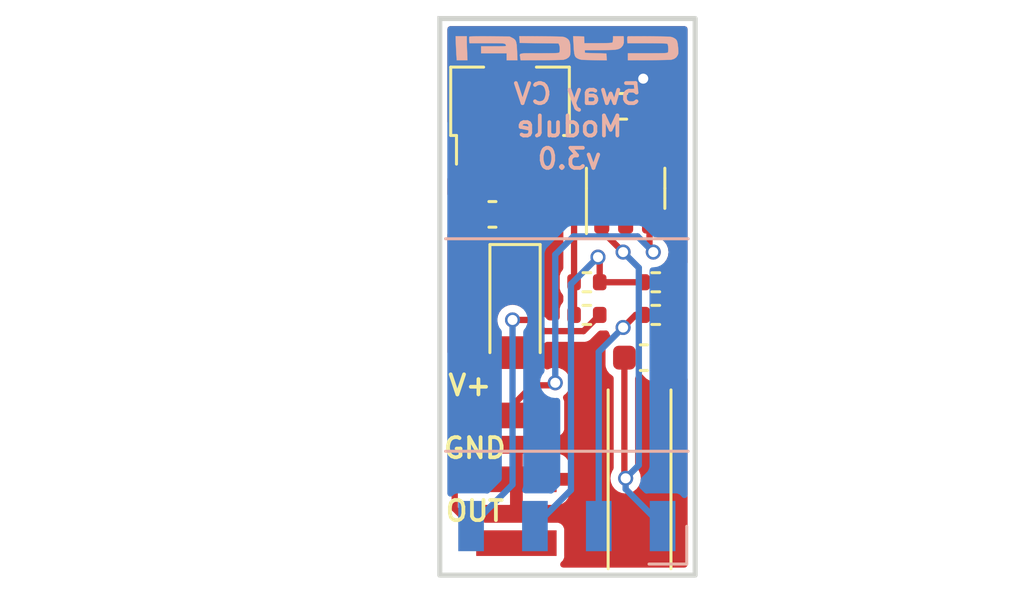
<source format=kicad_pcb>
(kicad_pcb (version 20211014) (generator pcbnew)
  (layers (0 "F.Cu" signal) (31 "B.Cu" signal) (34 "B.Paste" user) (35 "F.Paste" user) (36 "B.SilkS" user "B.Silkscreen") (37 "F.SilkS" user "F.Silkscreen") (38 "B.Mask" user) (39 "F.Mask" user) (44 "Edge.Cuts" user))
  (net 0 "")
  (net 1 "common")
  (net 2 "GND")
  (net 3 "5v")
  (net 4 "V+")
  (net 5 "neck")
  (net 6 "middle")
  (net 7 "bridge")
  (net 8 "Net-(C1-Pad1)")
  (net 9 "OUT")
  (footprint "Resistor_SMD:R_0402_1005Metric" (layer "F.Cu") (at 155.458 50.4)
    (fp_text reference "R3" hide)
    (fp_text value "15k")
    (fp_line (start -0.153641 -0.38) (end 0.153641 -0.38) (layer "F.SilkS") (width 0.12))
    (fp_line (start -0.153641 0.38) (end 0.153641 0.38) (layer "F.SilkS") (width 0.12))
    (pad "1" smd roundrect (at -0.51 0) (size 0.54 0.64) (layers "F.Cu" "F.Paste" "F.Mask") (net 3 "5v"))
    (pad "2" smd roundrect (at 0.51 0) (size 0.54 0.64) (layers "F.Cu" "F.Paste" "F.Mask") (net 5 "neck"))
  )
  (footprint "cycfi_library:pin_header_1x3p_2.54mm_smd_horizontal" (layer "F.Cu") (at 152.654 54.4)
    (fp_text reference "J1" hide)
    (fp_text value "I/O connector")
    (fp_line (start 3.65 -1.016) (end 3.65 6.096) (layer "F.SilkS") (width 0.12))
    (fp_line (start 6.15 -1.016) (end 6.15 6.096) (layer "F.SilkS") (width 0.12))
    (pad "1" smd rect (at 0 0) (size 3.2 1.02) (layers "F.Cu" "F.Paste" "F.Mask") (net 9 "OUT"))
    (pad "2" smd rect (at 0 2.54) (size 3.2 1.02) (layers "F.Cu" "F.Paste" "F.Mask") (net 2 "GND"))
    (pad "3" smd rect (at 0 5.08) (size 3.2 1.02) (layers "F.Cu" "F.Paste" "F.Mask") (net 4 "V+"))
  )
  (footprint "Package_TO_SOT_SMD:SOT-23-5" (layer "F.Cu") (at 157 45.3625 90)
    (fp_text reference "U2" hide)
    (fp_text value "opamp_dbv2")
    (fp_line (start 0 1.56) (end -0.8 1.56) (layer "F.SilkS") (width 0.12))
    (fp_line (start 0 1.56) (end 0.8 1.56) (layer "F.SilkS") (width 0.12))
    (fp_line (start 0 -1.56) (end 0.8 -1.56) (layer "F.SilkS") (width 0.12))
    (fp_line (start 0 -1.56) (end -1.8 -1.56) (layer "F.SilkS") (width 0.12))
    (pad "1" smd roundrect (at -1.1375 -0.95 90) (size 1.325 0.6) (layers "F.Cu" "F.Paste" "F.Mask") (net 1 "common"))
    (pad "2" smd roundrect (at -1.1375 0 90) (size 1.325 0.6) (layers "F.Cu" "F.Paste" "F.Mask") (net 2 "GND"))
    (pad "3" smd roundrect (at -1.1375 0.95 90) (size 1.325 0.6) (layers "F.Cu" "F.Paste" "F.Mask") (net 9 "OUT"))
    (pad "4" smd roundrect (at 1.1375 0.95 90) (size 1.325 0.6) (layers "F.Cu" "F.Paste" "F.Mask") (net 9 "OUT"))
    (pad "5" smd roundrect (at 1.1375 -0.95 90) (size 1.325 0.6) (layers "F.Cu" "F.Paste" "F.Mask") (net 3 "5v"))
  )
  (footprint "Diode_SMD:D_MiniMELF" (layer "F.Cu") (at 152.6 50.15 -90)
    (fp_text reference "D1" hide)
    (fp_text value "LL4148")
    (fp_line (start -2.55 1) (end 1.75 1) (layer "F.SilkS") (width 0.12))
    (fp_line (start 1.75 -1) (end -2.55 -1) (layer "F.SilkS") (width 0.12))
    (fp_line (start -2.55 -1) (end -2.55 1) (layer "F.SilkS") (width 0.12))
    (pad "1" smd rect (at -1.75 0 270) (size 1.3 1.7) (layers "F.Cu" "F.Paste" "F.Mask") (net 8 "Net-(C1-Pad1)"))
    (pad "2" smd rect (at 1.75 0 270) (size 1.3 1.7) (layers "F.Cu" "F.Paste" "F.Mask") (net 4 "V+"))
  )
  (footprint "Capacitor_SMD:C_0603_1608Metric" (layer "F.Cu") (at 151.7 46.4 180)
    (fp_text reference "C1" hide)
    (fp_text value "10uF")
    (fp_line (start -0.14058 -0.51) (end 0.14058 -0.51) (layer "F.SilkS") (width 0.12))
    (fp_line (start -0.14058 0.51) (end 0.14058 0.51) (layer "F.SilkS") (width 0.12))
    (pad "1" smd roundrect (at -0.775 0 180) (size 0.9 0.95) (layers "F.Cu" "F.Paste" "F.Mask") (net 8 "Net-(C1-Pad1)"))
    (pad "2" smd roundrect (at 0.775 0 180) (size 0.9 0.95) (layers "F.Cu" "F.Paste" "F.Mask") (net 2 "GND"))
  )
  (footprint "Package_TO_SOT_SMD:SOT-89-3" (layer "F.Cu") (at 152.4 42.2 90)
    (fp_text reference "U1" hide)
    (fp_text value "HT7550-1")
    (fp_line (start 1.66 2.36) (end -1.06 2.36) (layer "F.SilkS") (width 0.12))
    (fp_line (start 1.66 -2.36) (end 1.66 -1.05) (layer "F.SilkS") (width 0.12))
    (fp_line (start 1.66 1.05) (end 1.66 2.36) (layer "F.SilkS") (width 0.12))
    (fp_line (start -1.06 -2.36) (end -1.06 -2.13) (layer "F.SilkS") (width 0.12))
    (fp_line (start -2.2 -2.13) (end -1.06 -2.13) (layer "F.SilkS") (width 0.12))
    (fp_line (start -1.06 2.36) (end -1.06 2.13) (layer "F.SilkS") (width 0.12))
    (fp_line (start -1.06 -2.36) (end 1.66 -2.36) (layer "F.SilkS") (width 0.12))
    (pad "1" smd rect (at -1.65 -1.5 90) (size 1.3 0.9) (layers "F.Cu" "F.Paste" "F.Mask") (net 2 "GND"))
    (pad "2" smd custom (at -1.5625 0 90) (size 1.475 0.9) (layers "F.Cu" "F.Paste" "F.Mask") (net 8 "Net-(C1-Pad1)") (options (clearance outline) (anchor rect)) (primitives (gr_poly (pts (xy 3.8625 0.8665) (xy 0.7375 0.8665) (xy 0.7375 -0.8665) (xy 3.8625 -0.8665)) (width 0) (fill yes))))
    (pad "3" smd rect (at -1.65 1.5 90) (size 1.3 0.9) (layers "F.Cu" "F.Paste" "F.Mask") (net 3 "5v"))
  )
  (footprint "Resistor_SMD:R_0402_1005Metric" (layer "F.Cu") (at 155.458 49.1)
    (fp_text reference "R1" hide)
    (fp_text value "30k")
    (fp_line (start -0.153641 0.38) (end 0.153641 0.38) (layer "F.SilkS") (width 0.12))
    (fp_line (start -0.153641 -0.38) (end 0.153641 -0.38) (layer "F.SilkS") (width 0.12))
    (pad "1" smd roundrect (at -0.51 0) (size 0.54 0.64) (layers "F.Cu" "F.Paste" "F.Mask") (net 3 "5v"))
    (pad "2" smd roundrect (at 0.51 0) (size 0.54 0.64) (layers "F.Cu" "F.Paste" "F.Mask") (net 6 "middle"))
  )
  (footprint "Resistor_SMD:R_0402_1005Metric" (layer "F.Cu") (at 158.2 49.1)
    (fp_text reference "R2" hide)
    (fp_text value "30k")
    (fp_line (start -0.153641 0.38) (end 0.153641 0.38) (layer "F.SilkS") (width 0.12))
    (fp_line (start -0.153641 -0.38) (end 0.153641 -0.38) (layer "F.SilkS") (width 0.12))
    (pad "1" smd roundrect (at -0.51 0) (size 0.54 0.64) (layers "F.Cu" "F.Paste" "F.Mask") (net 6 "middle"))
    (pad "2" smd roundrect (at 0.51 0) (size 0.54 0.64) (layers "F.Cu" "F.Paste" "F.Mask") (net 2 "GND"))
  )
  (footprint "Resistor_SMD:R_0402_1005Metric" (layer "F.Cu") (at 158.2 50.4)
    (fp_text reference "R4" hide)
    (fp_text value "15k")
    (fp_line (start -0.153641 -0.38) (end 0.153641 -0.38) (layer "F.SilkS") (width 0.12))
    (fp_line (start -0.153641 0.38) (end 0.153641 0.38) (layer "F.SilkS") (width 0.12))
    (pad "1" smd roundrect (at -0.51 0) (size 0.54 0.64) (layers "F.Cu" "F.Paste" "F.Mask") (net 7 "bridge"))
    (pad "2" smd roundrect (at 0.51 0) (size 0.54 0.64) (layers "F.Cu" "F.Paste" "F.Mask") (net 2 "GND"))
  )
  (footprint "Capacitor_SMD:C_0603_1608Metric" (layer "F.Cu") (at 157.725 52.1)
    (fp_text reference "C3" hide)
    (fp_text value "10uF")
    (fp_line (start -0.14058 -0.51) (end 0.14058 -0.51) (layer "F.SilkS") (width 0.12))
    (fp_line (start -0.14058 0.51) (end 0.14058 0.51) (layer "F.SilkS") (width 0.12))
    (pad "1" smd roundrect (at -0.775 0) (size 0.9 0.95) (layers "F.Cu" "F.Paste" "F.Mask") (net 1 "common"))
    (pad "2" smd roundrect (at 0.775 0) (size 0.9 0.95) (layers "F.Cu" "F.Paste" "F.Mask") (net 2 "GND"))
  )
  (footprint "Capacitor_SMD:C_0603_1608Metric" (layer "F.Cu") (at 156.9 42.1)
    (fp_text reference "C2" hide)
    (fp_text value "10uF")
    (fp_line (start -0.14058 -0.51) (end 0.14058 -0.51) (layer "F.SilkS") (width 0.12))
    (fp_line (start -0.14058 0.51) (end 0.14058 0.51) (layer "F.SilkS") (width 0.12))
    (pad "1" smd roundrect (at -0.775 0) (size 0.9 0.95) (layers "F.Cu" "F.Paste" "F.Mask") (net 3 "5v"))
    (pad "2" smd roundrect (at 0.775 0) (size 0.9 0.95) (layers "F.Cu" "F.Paste" "F.Mask") (net 2 "GND"))
  )
  (footprint "cycfi_library:cycfi-logo-9mm" (layer "B.Cu") (at 154.7 39.8 180)
    (fp_text reference "G***" hide)
    (fp_text value "LOGO" hide)
    (fp_poly (pts (xy 1.921918 0.355825) (xy 1.915583 0.22225) (xy 1.143613 0.211667) (xy 0.371644 0.201083) (xy 0.344884 0.148167) (xy 0.328601 0.094057) (xy 0.320004 0.02106) (xy 0.319185 -0.056027) (xy 0.326238 -0.122406) (xy 0.341256 -0.163279) (xy 0.3429 -0.1651) (xy 0.362102 -0.172266) (xy 0.405894 -0.178099) (xy 0.477147 -0.182691) (xy 0.578729 -0.186134) (xy 0.713509 -0.18852) (xy 0.884355 -0.18994) (xy 1.094138 -0.190487) (xy 1.13665 -0.1905) (xy 1.340032 -0.190204) (xy 1.504955 -0.18992) (xy 1.635284 -0.190555) (xy 1.734882 -0.193014) (xy 1.807616 -0.198202) (xy 1.857349 -0.207027) (xy 1.887946 -0.220394) (xy 1.903272 -0.239209) (xy 1.907192 -0.264378) (xy 1.90357 -0.296807) (xy 1.896271 -0.337402) (xy 1.891539 -0.367462) (xy 1.878079 -0.465667) (xy 1.060748 -0.463232) (xy 0.87575 -0.462306) (xy 0.701564 -0.460719) (xy 0.543319 -0.458569) (xy 0.406143 -0.455958) (xy 0.295162 -0.452986) (xy 0.215506 -0.449752) (xy 0.172301 -0.446356) (xy 0.169333 -0.44585) (xy 0.056788 -0.409176) (xy -0.029687 -0.352104) (xy -0.075909 -0.292803) (xy -0.091755 -0.252184) (xy -0.101041 -0.199171) (xy -0.10458 -0.124505) (xy -0.103181 -0.018926) (xy -0.102323 0.008464) (xy -0.09448 0.141822) (xy -0.078914 0.240873) (xy -0.052158 0.313429) (xy -0.010749 0.3673) (xy 0.048777 0.410298) (xy 0.084204 0.429075) (xy 0.108919 0.440707) (xy 0.134212 0.45029) (xy 0.164316 0.45806) (xy 0.203464 0.46425) (xy 0.255888 0.469096) (xy 0.325819 0.472831) (xy 0.417492 0.475691) (xy 0.535137 0.47791) (xy 0.682987 0.479723) (xy 0.865275 0.481363) (xy 1.054085 0.482825) (xy 1.928253 0.489399) (xy 1.921918 0.355825)) (layer "B.SilkS") (width 0.01) (fill solid))
    (fp_poly (pts (xy -2.606136 0.484692) (xy -2.500269 0.483905) (xy -2.425954 0.482649) (xy -2.387852 0.480938) (xy -2.384106 0.480311) (xy -2.370245 0.453216) (xy -2.36575 0.388498) (xy -2.367255 0.341398) (xy -2.374427 0.211667) (xy -3.150422 0.211343) (xy -3.33571 0.210743) (xy -3.505238 0.209178) (xy -3.654479 0.20676) (xy -3.778906 0.2036) (xy -3.873992 0.19981) (xy -3.935213 0.195502) (xy -3.957405 0.191419) (xy -3.975999 0.15948) (xy -3.989729 0.098927) (xy -3.997754 0.023285) (xy -3.999235 -0.053917) (xy -3.993334 -0.119154) (xy -3.97921 -0.158898) (xy -3.979143 -0.158979) (xy -3.967139 -0.167304) (xy -3.943693 -0.174062) (xy -3.904843 -0.179408) (xy -3.846632 -0.183497) (xy -3.7651 -0.186482) (xy -3.656288 -0.18852) (xy -3.516237 -0.189765) (xy -3.340987 -0.190371) (xy -3.172408 -0.1905) (xy -2.391833 -0.1905) (xy -2.391833 -0.465667) (xy -3.212042 -0.463347) (xy -3.39843 -0.462351) (xy -3.574922 -0.460516) (xy -3.736234 -0.457962) (xy -3.877083 -0.454811) (xy -3.992184 -0.451184) (xy -4.076253 -0.447201) (xy -4.124007 -0.442984) (xy -4.127468 -0.442387) (xy -4.237424 -0.406226) (xy -4.317774 -0.344038) (xy -4.366982 -0.269317) (xy -4.383859 -0.230137) (xy -4.393526 -0.189014) (xy -4.396618 -0.135756) (xy -4.39377 -0.060173) (xy -4.386272 0.04003) (xy -4.373227 0.166481) (xy -4.355529 0.258677) (xy -4.329216 0.324693) (xy -4.290324 0.372602) (xy -4.234887 0.410476) (xy -4.194507 0.430605) (xy -4.168235 0.442062) (xy -4.140875 0.451473) (xy -4.108083 0.459078) (xy -4.065515 0.465119) (xy -4.008825 0.469836) (xy -3.93367 0.47347) (xy -3.835704 0.476262) (xy -3.710584 0.478454) (xy -3.553965 0.480285) (xy -3.361503 0.481997) (xy -3.251939 0.482872) (xy -3.066458 0.484099) (xy -2.893891 0.484802) (xy -2.738897 0.484995) (xy -2.606136 0.484692)) (layer "B.SilkS") (width 0.01) (fill solid))
    (fp_poly (pts (xy 4.454186 0.206375) (xy 4.448975 0.07829) (xy 4.44287 -0.056618) (xy 4.436672 -0.181339) (xy 4.431735 -0.269875) (xy 4.419882 -0.465667) (xy 3.99389 -0.465667) (xy 4.007778 -0.144801) (xy 4.012847 -0.01691) (xy 4.017088 0.110605) (xy 4.020126 0.224952) (xy 4.02159 0.313337) (xy 4.021667 0.331449) (xy 4.021667 0.486833) (xy 4.464785 0.486833) (xy 4.454186 0.206375)) (layer "B.SilkS") (width 0.01) (fill solid))
    (fp_poly (pts (xy 3.601083 0.483366) (xy 3.725598 0.481781) (xy 3.82245 0.479437) (xy 3.886895 0.476397) (xy 3.914183 0.472723) (xy 3.914655 0.472363) (xy 3.921066 0.44327) (xy 3.922702 0.386107) (xy 3.920451 0.333375) (xy 3.911915 0.211667) (xy 3.216886 0.211667) (xy 3.023888 0.211452) (xy 2.868889 0.210674) (xy 2.747557 0.209136) (xy 2.65556 0.206639) (xy 2.588566 0.202987) (xy 2.542242 0.19798) (xy 2.512256 0.191422) (xy 2.494275 0.183114) (xy 2.488595 0.178405) (xy 2.461562 0.138698) (xy 2.455333 0.114905) (xy 2.461169 0.105134) (xy 2.481784 0.097653) (xy 2.521844 0.092178) (xy 2.586011 0.088426) (xy 2.67895 0.086113) (xy 2.805325 0.084955) (xy 2.95275 0.084667) (xy 3.450167 0.084667) (xy 3.450167 -0.1905) (xy 2.434167 -0.1905) (xy 2.434167 -0.465667) (xy 2.004584 -0.465667) (xy 2.01942 -0.121708) (xy 2.02731 0.031755) (xy 2.037499 0.149212) (xy 2.052219 0.23699) (xy 2.073707 0.301417) (xy 2.104196 0.348819) (xy 2.145921 0.385524) (xy 2.201117 0.417858) (xy 2.211917 0.423333) (xy 2.31775 0.47625) (xy 3.109037 0.482946) (xy 3.288056 0.484011) (xy 3.453654 0.48413) (xy 3.601083 0.483366)) (layer "B.SilkS") (width 0.01) (fill solid))
    (fp_poly (pts (xy -0.223543 0.270606) (xy -0.232269 0.094549) (xy -0.241056 -0.044392) (xy -0.251401 -0.151406) (xy -0.264802 -0.231686) (xy -0.282756 -0.290423) (xy -0.306759 -0.332809) (xy -0.33831 -0.364035) (xy -0.378906 -0.389293) (xy -0.419545 -0.408986) (xy -0.453791 -0.423383) (xy -0.489979 -0.434549) (xy -0.534112 -0.443002) (xy -0.59219 -0.44926) (xy -0.670217 -0.453843) (xy -0.774192 -0.457268) (xy -0.910118 -0.460055) (xy -1.032935 -0.461984) (xy -1.547287 -0.469538) (xy -1.540935 -0.335311) (xy -1.534583 -0.201083) (xy -1.11125 -0.189366) (xy -0.982182 -0.185603) (xy -0.868453 -0.181922) (xy -0.776504 -0.178563) (xy -0.712772 -0.175763) (xy -0.683699 -0.173761) (xy -0.682625 -0.173491) (xy -0.678616 -0.15187) (xy -0.677333 -0.116417) (xy -0.677333 -0.0635) (xy -1.258375 -0.0635) (xy -1.461394 -0.062852) (xy -1.626894 -0.060494) (xy -1.759675 -0.0558) (xy -1.864537 -0.048147) (xy -1.94628 -0.03691) (xy -2.009705 -0.021465) (xy -2.059613 -0.001188) (xy -2.100802 0.024544) (xy -2.131273 0.050002) (xy -2.192661 0.126738) (xy -2.224959 0.221127) (xy -2.23039 0.340742) (xy -2.227546 0.37827) (xy -2.217114 0.486833) (xy -1.799167 0.486833) (xy -1.799167 0.37465) (xy -1.794628 0.30631) (xy -1.783016 0.25406) (xy -1.773767 0.237067) (xy -1.751575 0.228564) (xy -1.701935 0.221953) (xy -1.621767 0.217096) (xy -1.507991 0.213858) (xy -1.357526 0.2121) (xy -1.203277 0.211667) (xy -0.658187 0.211667) (xy -0.651885 0.343958) (xy -0.645583 0.47625) (xy -0.429466 0.482273) (xy -0.213349 0.488295) (xy -0.223543 0.270606)) (layer "B.SilkS") (width 0.01) (fill solid))
  )
  (footprint "cycfi_library:pin_socket_1x4p_2.54mm_smd_horizontal" (layer "B.Cu") (at 158.4706 58.8 90)
    (fp_text reference "J2" hide)
    (fp_text value "5-way Switch Connector")
    (fp_line (start 2.975 1.016) (end 2.975 -8.636) (layer "B.SilkS") (width 0.12))
    (fp_line (start -1.512 0.96) (end -0.012 0.96) (layer "B.SilkS") (width 0.12))
    (fp_line (start 11.43 1.016) (end 11.43 -8.636) (layer "B.SilkS") (width 0.12))
    (fp_line (start -1.512 -0.54) (end -1.512 0.96) (layer "B.SilkS") (width 0.12))
    (pad "1" smd rect (at 0 0 90) (size 2 1.02) (layers "B.Cu" "B.Paste" "B.Mask") (net 1 "common"))
    (pad "2" smd rect (at 0 -2.54 90) (size 2 1.02) (layers "B.Cu" "B.Paste" "B.Mask") (net 7 "bridge"))
    (pad "3" smd rect (at 0 -5.08 90) (size 2 1.02) (layers "B.Cu" "B.Paste" "B.Mask") (net 6 "middle"))
    (pad "4" smd rect (at 0 -7.62 90) (size 2 1.02) (layers "B.Cu" "B.Paste" "B.Mask") (net 5 "neck"))
  )
  (gr_rect (start 149.606 38.608) (end 159.766 60.754) (layer "Edge.Cuts") (width 0.2) (fill none))
  (gr_text "5way CV \nModule\nv3.0" (at 154.765916 42.9) (layer "B.SilkS") (effects (font (size 0.8 0.8)) (justify mirror)))
  (gr_text "V+" (at 150.8 53.2) (layer "F.SilkS") (effects (font (size 0.8 0.8))))
  (gr_text "GND" (at 151 55.7) (layer "F.SilkS") (effects (font (size 0.8 0.8))))
  (gr_text "OUT" (at 151 58.2) (layer "F.SilkS") (effects (font (size 0.8 0.8))))
  (segment (start 156.95 52.1) (end 156.95 56.85) (width 0.25) (layer "F.Cu") (net 1))
  (segment (start 156.95 56.85) (end 157 56.9) (width 0.25) (layer "F.Cu") (net 1))
  (segment (start 156.05 46.5) (end 156.05 47.05) (width 0.25) (layer "F.Cu") (net 1))
  (segment (start 156.05 47.05) (end 156.9 47.9) (width 0.25) (layer "F.Cu") (net 1))
  (via (at 157 56.9) (size 0.6) (drill 0.4) (layers "F.Cu" "B.Cu") (net 1))
  (via (at 156.9 47.9) (size 0.6) (drill 0.4) (layers "F.Cu" "B.Cu") (net 1))
  (segment (start 157.524511 56.375489) (end 157 56.9) (width 0.25) (layer "B.Cu") (net 1))
  (segment (start 157 56.9) (end 157 57.3294) (width 0.25) (layer "B.Cu") (net 1))
  (segment (start 156.9 47.9) (end 157.524511 48.524511) (width 0.25) (layer "B.Cu") (net 1))
  (segment (start 157.524511 48.524511) (end 157.524511 56.375489) (width 0.25) (layer "B.Cu") (net 1))
  (segment (start 157 57.3294) (end 158.4706 58.8) (width 0.25) (layer "B.Cu") (net 1))
  (segment (start 157.675 42.1) (end 157 42.775) (width 0.25) (layer "F.Cu") (net 2))
  (segment (start 157 42.775) (end 157 46.5) (width 0.25) (layer "F.Cu") (net 2))
  (segment (start 157.675 42.1) (end 157.675 41.025) (width 0.25) (layer "F.Cu") (net 2))
  (segment (start 157.675 41.025) (end 157.7 41) (width 0.25) (layer "F.Cu") (net 2))
  (via (at 157.7 41) (size 0.6) (drill 0.4) (layers "F.Cu" "B.Cu") (net 2))
  (segment (start 153.9 43.85) (end 155.675 43.85) (width 0.25) (layer "F.Cu") (net 3))
  (segment (start 154.948 50.4) (end 154.948 49.1) (width 0.25) (layer "F.Cu") (net 3))
  (segment (start 156.05 44.225) (end 156.05 42.175) (width 0.25) (layer "F.Cu") (net 3))
  (segment (start 154.948 45.327) (end 154.948 49.1) (width 0.25) (layer "F.Cu") (net 3))
  (segment (start 155.675 43.85) (end 156.05 44.225) (width 0.25) (layer "F.Cu") (net 3))
  (segment (start 156.05 42.175) (end 156.125 42.1) (width 0.25) (layer "F.Cu") (net 3))
  (segment (start 156.05 44.225) (end 154.948 45.327) (width 0.25) (layer "F.Cu") (net 3))
  (segment (start 152.654 59.48) (end 151.564 59.48) (width 0.25) (layer "F.Cu") (net 4))
  (segment (start 150.2 58.116) (end 150.2 52.5) (width 0.25) (layer "F.Cu") (net 4))
  (segment (start 151.564 59.48) (end 150.2 58.116) (width 0.25) (layer "F.Cu") (net 4))
  (segment (start 150.8 51.9) (end 152.6 51.9) (width 0.25) (layer "F.Cu") (net 4))
  (segment (start 150.2 52.5) (end 150.8 51.9) (width 0.25) (layer "F.Cu") (net 4))
  (segment (start 155.32348 51.04452) (end 153.74452 51.04452) (width 0.25) (layer "F.Cu") (net 5))
  (segment (start 153.3 50.6) (end 152.5 50.6) (width 0.25) (layer "F.Cu") (net 5))
  (segment (start 153.74452 51.04452) (end 153.3 50.6) (width 0.25) (layer "F.Cu") (net 5))
  (segment (start 155.968 50.4) (end 155.32348 51.04452) (width 0.25) (layer "F.Cu") (net 5))
  (via (at 152.5 50.6) (size 0.6) (drill 0.4) (layers "F.Cu" "B.Cu") (net 5))
  (segment (start 152.5 50.6) (end 152.5 57.1506) (width 0.25) (layer "B.Cu") (net 5))
  (segment (start 152.5 57.1506) (end 150.8506 58.8) (width 0.25) (layer "B.Cu") (net 5))
  (segment (start 155.968 49.1) (end 155.968 48.168) (width 0.25) (layer "F.Cu") (net 6))
  (segment (start 155.968 48.168) (end 155.9 48.1) (width 0.25) (layer "F.Cu") (net 6))
  (segment (start 155.968 49.1) (end 157.69 49.1) (width 0.25) (layer "F.Cu") (net 6))
  (via (at 155.9 48.1) (size 0.6) (drill 0.4) (layers "F.Cu" "B.Cu") (net 6))
  (segment (start 155.9 48.1) (end 154.824511 49.175489) (width 0.25) (layer "B.Cu") (net 6))
  (segment (start 154.824511 49.175489) (end 154.824511 57.366089) (width 0.25) (layer "B.Cu") (net 6))
  (segment (start 154.824511 57.366089) (end 153.3906 58.8) (width 0.25) (layer "B.Cu") (net 6))
  (segment (start 157.4 50.4) (end 156.9 50.9) (width 0.25) (layer "F.Cu") (net 7))
  (segment (start 157.69 50.4) (end 157.4 50.4) (width 0.25) (layer "F.Cu") (net 7))
  (via (at 156.9 50.9) (size 0.6) (drill 0.4) (layers "F.Cu" "B.Cu") (net 7))
  (segment (start 155.9306 51.8694) (end 155.9306 58.8) (width 0.25) (layer "B.Cu") (net 7))
  (segment (start 156.9 50.9) (end 155.9306 51.8694) (width 0.25) (layer "B.Cu") (net 7))
  (segment (start 152.475 46.4) (end 152.475 43.8375) (width 0.25) (layer "F.Cu") (net 8))
  (segment (start 152.475 43.8375) (end 152.4 43.7625) (width 0.25) (layer "F.Cu") (net 8))
  (segment (start 152.6 48.4) (end 152.6 46.525) (width 0.25) (layer "F.Cu") (net 8))
  (segment (start 152.6 46.525) (end 152.475 46.4) (width 0.25) (layer "F.Cu") (net 8))
  (segment (start 157.95 44.225) (end 157.95 46.5) (width 0.25) (layer "F.Cu") (net 9))
  (segment (start 152.654 53.846) (end 152.654 54.4) (width 0.25) (layer "F.Cu") (net 9))
  (segment (start 157.95 47.75) (end 158.1 47.9) (width 0.25) (layer "F.Cu") (net 9))
  (segment (start 154.2 53.1) (end 154.1 53.2) (width 0.25) (layer "F.Cu") (net 9))
  (segment (start 153.3 53.2) (end 152.654 53.846) (width 0.25) (layer "F.Cu") (net 9))
  (segment (start 154.1 53.2) (end 153.3 53.2) (width 0.25) (layer "F.Cu") (net 9))
  (segment (start 157.95 46.5) (end 157.95 47.75) (width 0.25) (layer "F.Cu") (net 9))
  (via (at 158.1 47.9) (size 0.6) (drill 0.4) (layers "F.Cu" "B.Cu") (net 9))
  (via (at 154.2 53.1) (size 0.6) (drill 0.4) (layers "F.Cu" "B.Cu") (net 9))
  (segment (start 158.1 47.9) (end 157.475489 47.275489) (width 0.25) (layer "B.Cu") (net 9))
  (segment (start 154.2 48) (end 154.2 53.1) (width 0.25) (layer "B.Cu") (net 9))
  (segment (start 154.924511 47.275489) (end 154.2 48) (width 0.25) (layer "B.Cu") (net 9))
  (segment (start 157.475489 47.275489) (end 154.924511 47.275489) (width 0.25) (layer "B.Cu") (net 9))
  (zone (net 2) (net_name "GND") (layer "F.Cu") (connect_pads (clearance 0.3)) (min_thickness 0.254) (fill yes (thermal_gap 0.508) (thermal_bridge_width 0.508))
    (polygon (pts (xy 160.02 61.335) (xy 149.225 61.335) (xy 149.225 38.1) (xy 160.02 38.1)))
  )
  (zone (net 2) (net_name "GND") (layer "B.Cu") (connect_pads (clearance 0.3)) (min_thickness 0.254) (fill yes (thermal_gap 0.508) (thermal_bridge_width 0.508))
    (polygon (pts (xy 160.02 61.335) (xy 149.225 61.335) (xy 149.225 38.1) (xy 160.02 38.1)))
  )
)
</source>
